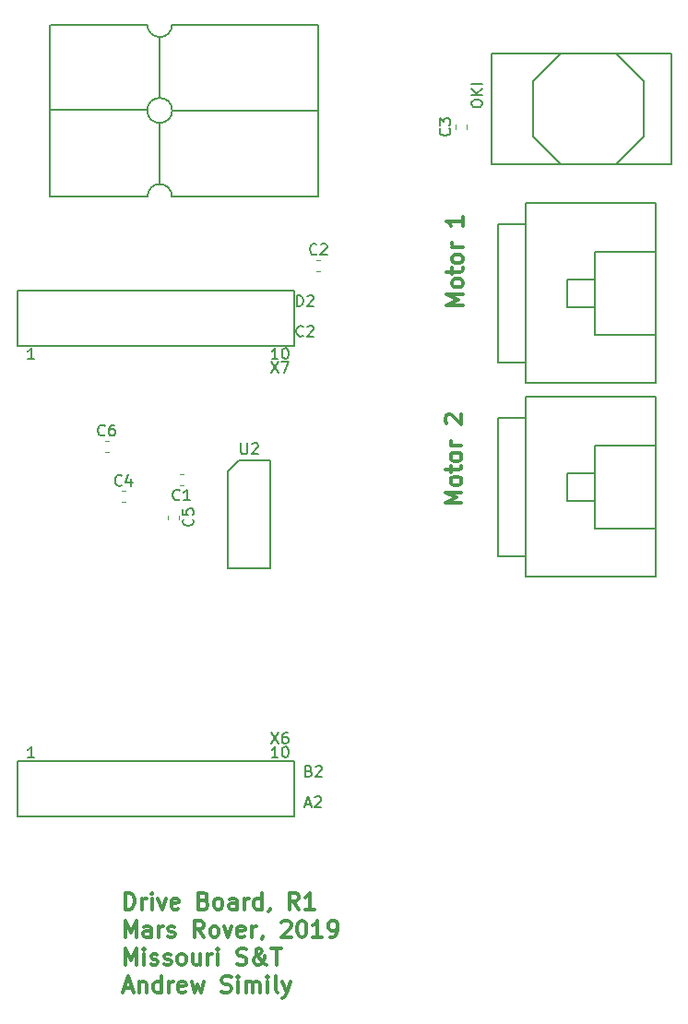
<source format=gbr>
G04 #@! TF.GenerationSoftware,KiCad,Pcbnew,(5.0.0)*
G04 #@! TF.CreationDate,2018-10-03T21:48:04-05:00*
G04 #@! TF.ProjectId,DriveBoard_Hardware,4472697665426F6172645F4861726477,rev?*
G04 #@! TF.SameCoordinates,Original*
G04 #@! TF.FileFunction,Legend,Top*
G04 #@! TF.FilePolarity,Positive*
%FSLAX46Y46*%
G04 Gerber Fmt 4.6, Leading zero omitted, Abs format (unit mm)*
G04 Created by KiCad (PCBNEW (5.0.0)) date 10/03/18 21:48:04*
%MOMM*%
%LPD*%
G01*
G04 APERTURE LIST*
%ADD10C,0.300000*%
%ADD11C,0.150000*%
%ADD12C,0.120000*%
G04 APERTURE END LIST*
D10*
X121964142Y-130203571D02*
X121964142Y-128703571D01*
X122321285Y-128703571D01*
X122535571Y-128775000D01*
X122678428Y-128917857D01*
X122749857Y-129060714D01*
X122821285Y-129346428D01*
X122821285Y-129560714D01*
X122749857Y-129846428D01*
X122678428Y-129989285D01*
X122535571Y-130132142D01*
X122321285Y-130203571D01*
X121964142Y-130203571D01*
X123464142Y-130203571D02*
X123464142Y-129203571D01*
X123464142Y-129489285D02*
X123535571Y-129346428D01*
X123607000Y-129275000D01*
X123749857Y-129203571D01*
X123892714Y-129203571D01*
X124392714Y-130203571D02*
X124392714Y-129203571D01*
X124392714Y-128703571D02*
X124321285Y-128775000D01*
X124392714Y-128846428D01*
X124464142Y-128775000D01*
X124392714Y-128703571D01*
X124392714Y-128846428D01*
X124964142Y-129203571D02*
X125321285Y-130203571D01*
X125678428Y-129203571D01*
X126821285Y-130132142D02*
X126678428Y-130203571D01*
X126392714Y-130203571D01*
X126249857Y-130132142D01*
X126178428Y-129989285D01*
X126178428Y-129417857D01*
X126249857Y-129275000D01*
X126392714Y-129203571D01*
X126678428Y-129203571D01*
X126821285Y-129275000D01*
X126892714Y-129417857D01*
X126892714Y-129560714D01*
X126178428Y-129703571D01*
X129178428Y-129417857D02*
X129392714Y-129489285D01*
X129464142Y-129560714D01*
X129535571Y-129703571D01*
X129535571Y-129917857D01*
X129464142Y-130060714D01*
X129392714Y-130132142D01*
X129249857Y-130203571D01*
X128678428Y-130203571D01*
X128678428Y-128703571D01*
X129178428Y-128703571D01*
X129321285Y-128775000D01*
X129392714Y-128846428D01*
X129464142Y-128989285D01*
X129464142Y-129132142D01*
X129392714Y-129275000D01*
X129321285Y-129346428D01*
X129178428Y-129417857D01*
X128678428Y-129417857D01*
X130392714Y-130203571D02*
X130249857Y-130132142D01*
X130178428Y-130060714D01*
X130107000Y-129917857D01*
X130107000Y-129489285D01*
X130178428Y-129346428D01*
X130249857Y-129275000D01*
X130392714Y-129203571D01*
X130607000Y-129203571D01*
X130749857Y-129275000D01*
X130821285Y-129346428D01*
X130892714Y-129489285D01*
X130892714Y-129917857D01*
X130821285Y-130060714D01*
X130749857Y-130132142D01*
X130607000Y-130203571D01*
X130392714Y-130203571D01*
X132178428Y-130203571D02*
X132178428Y-129417857D01*
X132107000Y-129275000D01*
X131964142Y-129203571D01*
X131678428Y-129203571D01*
X131535571Y-129275000D01*
X132178428Y-130132142D02*
X132035571Y-130203571D01*
X131678428Y-130203571D01*
X131535571Y-130132142D01*
X131464142Y-129989285D01*
X131464142Y-129846428D01*
X131535571Y-129703571D01*
X131678428Y-129632142D01*
X132035571Y-129632142D01*
X132178428Y-129560714D01*
X132892714Y-130203571D02*
X132892714Y-129203571D01*
X132892714Y-129489285D02*
X132964142Y-129346428D01*
X133035571Y-129275000D01*
X133178428Y-129203571D01*
X133321285Y-129203571D01*
X134464142Y-130203571D02*
X134464142Y-128703571D01*
X134464142Y-130132142D02*
X134321285Y-130203571D01*
X134035571Y-130203571D01*
X133892714Y-130132142D01*
X133821285Y-130060714D01*
X133749857Y-129917857D01*
X133749857Y-129489285D01*
X133821285Y-129346428D01*
X133892714Y-129275000D01*
X134035571Y-129203571D01*
X134321285Y-129203571D01*
X134464142Y-129275000D01*
X135249857Y-130132142D02*
X135249857Y-130203571D01*
X135178428Y-130346428D01*
X135107000Y-130417857D01*
X137892714Y-130203571D02*
X137392714Y-129489285D01*
X137035571Y-130203571D02*
X137035571Y-128703571D01*
X137607000Y-128703571D01*
X137749857Y-128775000D01*
X137821285Y-128846428D01*
X137892714Y-128989285D01*
X137892714Y-129203571D01*
X137821285Y-129346428D01*
X137749857Y-129417857D01*
X137607000Y-129489285D01*
X137035571Y-129489285D01*
X139321285Y-130203571D02*
X138464142Y-130203571D01*
X138892714Y-130203571D02*
X138892714Y-128703571D01*
X138749857Y-128917857D01*
X138607000Y-129060714D01*
X138464142Y-129132142D01*
X121964142Y-132753571D02*
X121964142Y-131253571D01*
X122464142Y-132325000D01*
X122964142Y-131253571D01*
X122964142Y-132753571D01*
X124321285Y-132753571D02*
X124321285Y-131967857D01*
X124249857Y-131825000D01*
X124107000Y-131753571D01*
X123821285Y-131753571D01*
X123678428Y-131825000D01*
X124321285Y-132682142D02*
X124178428Y-132753571D01*
X123821285Y-132753571D01*
X123678428Y-132682142D01*
X123607000Y-132539285D01*
X123607000Y-132396428D01*
X123678428Y-132253571D01*
X123821285Y-132182142D01*
X124178428Y-132182142D01*
X124321285Y-132110714D01*
X125035571Y-132753571D02*
X125035571Y-131753571D01*
X125035571Y-132039285D02*
X125107000Y-131896428D01*
X125178428Y-131825000D01*
X125321285Y-131753571D01*
X125464142Y-131753571D01*
X125892714Y-132682142D02*
X126035571Y-132753571D01*
X126321285Y-132753571D01*
X126464142Y-132682142D01*
X126535571Y-132539285D01*
X126535571Y-132467857D01*
X126464142Y-132325000D01*
X126321285Y-132253571D01*
X126107000Y-132253571D01*
X125964142Y-132182142D01*
X125892714Y-132039285D01*
X125892714Y-131967857D01*
X125964142Y-131825000D01*
X126107000Y-131753571D01*
X126321285Y-131753571D01*
X126464142Y-131825000D01*
X129178428Y-132753571D02*
X128678428Y-132039285D01*
X128321285Y-132753571D02*
X128321285Y-131253571D01*
X128892714Y-131253571D01*
X129035571Y-131325000D01*
X129107000Y-131396428D01*
X129178428Y-131539285D01*
X129178428Y-131753571D01*
X129107000Y-131896428D01*
X129035571Y-131967857D01*
X128892714Y-132039285D01*
X128321285Y-132039285D01*
X130035571Y-132753571D02*
X129892714Y-132682142D01*
X129821285Y-132610714D01*
X129749857Y-132467857D01*
X129749857Y-132039285D01*
X129821285Y-131896428D01*
X129892714Y-131825000D01*
X130035571Y-131753571D01*
X130249857Y-131753571D01*
X130392714Y-131825000D01*
X130464142Y-131896428D01*
X130535571Y-132039285D01*
X130535571Y-132467857D01*
X130464142Y-132610714D01*
X130392714Y-132682142D01*
X130249857Y-132753571D01*
X130035571Y-132753571D01*
X131035571Y-131753571D02*
X131392714Y-132753571D01*
X131749857Y-131753571D01*
X132892714Y-132682142D02*
X132749857Y-132753571D01*
X132464142Y-132753571D01*
X132321285Y-132682142D01*
X132249857Y-132539285D01*
X132249857Y-131967857D01*
X132321285Y-131825000D01*
X132464142Y-131753571D01*
X132749857Y-131753571D01*
X132892714Y-131825000D01*
X132964142Y-131967857D01*
X132964142Y-132110714D01*
X132249857Y-132253571D01*
X133607000Y-132753571D02*
X133607000Y-131753571D01*
X133607000Y-132039285D02*
X133678428Y-131896428D01*
X133749857Y-131825000D01*
X133892714Y-131753571D01*
X134035571Y-131753571D01*
X134607000Y-132682142D02*
X134607000Y-132753571D01*
X134535571Y-132896428D01*
X134464142Y-132967857D01*
X136321285Y-131396428D02*
X136392714Y-131325000D01*
X136535571Y-131253571D01*
X136892714Y-131253571D01*
X137035571Y-131325000D01*
X137107000Y-131396428D01*
X137178428Y-131539285D01*
X137178428Y-131682142D01*
X137107000Y-131896428D01*
X136249857Y-132753571D01*
X137178428Y-132753571D01*
X138107000Y-131253571D02*
X138249857Y-131253571D01*
X138392714Y-131325000D01*
X138464142Y-131396428D01*
X138535571Y-131539285D01*
X138607000Y-131825000D01*
X138607000Y-132182142D01*
X138535571Y-132467857D01*
X138464142Y-132610714D01*
X138392714Y-132682142D01*
X138249857Y-132753571D01*
X138107000Y-132753571D01*
X137964142Y-132682142D01*
X137892714Y-132610714D01*
X137821285Y-132467857D01*
X137749857Y-132182142D01*
X137749857Y-131825000D01*
X137821285Y-131539285D01*
X137892714Y-131396428D01*
X137964142Y-131325000D01*
X138107000Y-131253571D01*
X140035571Y-132753571D02*
X139178428Y-132753571D01*
X139607000Y-132753571D02*
X139607000Y-131253571D01*
X139464142Y-131467857D01*
X139321285Y-131610714D01*
X139178428Y-131682142D01*
X140749857Y-132753571D02*
X141035571Y-132753571D01*
X141178428Y-132682142D01*
X141249857Y-132610714D01*
X141392714Y-132396428D01*
X141464142Y-132110714D01*
X141464142Y-131539285D01*
X141392714Y-131396428D01*
X141321285Y-131325000D01*
X141178428Y-131253571D01*
X140892714Y-131253571D01*
X140749857Y-131325000D01*
X140678428Y-131396428D01*
X140607000Y-131539285D01*
X140607000Y-131896428D01*
X140678428Y-132039285D01*
X140749857Y-132110714D01*
X140892714Y-132182142D01*
X141178428Y-132182142D01*
X141321285Y-132110714D01*
X141392714Y-132039285D01*
X141464142Y-131896428D01*
X121964142Y-135303571D02*
X121964142Y-133803571D01*
X122464142Y-134875000D01*
X122964142Y-133803571D01*
X122964142Y-135303571D01*
X123678428Y-135303571D02*
X123678428Y-134303571D01*
X123678428Y-133803571D02*
X123607000Y-133875000D01*
X123678428Y-133946428D01*
X123749857Y-133875000D01*
X123678428Y-133803571D01*
X123678428Y-133946428D01*
X124321285Y-135232142D02*
X124464142Y-135303571D01*
X124749857Y-135303571D01*
X124892714Y-135232142D01*
X124964142Y-135089285D01*
X124964142Y-135017857D01*
X124892714Y-134875000D01*
X124749857Y-134803571D01*
X124535571Y-134803571D01*
X124392714Y-134732142D01*
X124321285Y-134589285D01*
X124321285Y-134517857D01*
X124392714Y-134375000D01*
X124535571Y-134303571D01*
X124749857Y-134303571D01*
X124892714Y-134375000D01*
X125535571Y-135232142D02*
X125678428Y-135303571D01*
X125964142Y-135303571D01*
X126107000Y-135232142D01*
X126178428Y-135089285D01*
X126178428Y-135017857D01*
X126107000Y-134875000D01*
X125964142Y-134803571D01*
X125749857Y-134803571D01*
X125607000Y-134732142D01*
X125535571Y-134589285D01*
X125535571Y-134517857D01*
X125607000Y-134375000D01*
X125749857Y-134303571D01*
X125964142Y-134303571D01*
X126107000Y-134375000D01*
X127035571Y-135303571D02*
X126892714Y-135232142D01*
X126821285Y-135160714D01*
X126749857Y-135017857D01*
X126749857Y-134589285D01*
X126821285Y-134446428D01*
X126892714Y-134375000D01*
X127035571Y-134303571D01*
X127249857Y-134303571D01*
X127392714Y-134375000D01*
X127464142Y-134446428D01*
X127535571Y-134589285D01*
X127535571Y-135017857D01*
X127464142Y-135160714D01*
X127392714Y-135232142D01*
X127249857Y-135303571D01*
X127035571Y-135303571D01*
X128821285Y-134303571D02*
X128821285Y-135303571D01*
X128178428Y-134303571D02*
X128178428Y-135089285D01*
X128249857Y-135232142D01*
X128392714Y-135303571D01*
X128607000Y-135303571D01*
X128749857Y-135232142D01*
X128821285Y-135160714D01*
X129535571Y-135303571D02*
X129535571Y-134303571D01*
X129535571Y-134589285D02*
X129607000Y-134446428D01*
X129678428Y-134375000D01*
X129821285Y-134303571D01*
X129964142Y-134303571D01*
X130464142Y-135303571D02*
X130464142Y-134303571D01*
X130464142Y-133803571D02*
X130392714Y-133875000D01*
X130464142Y-133946428D01*
X130535571Y-133875000D01*
X130464142Y-133803571D01*
X130464142Y-133946428D01*
X132249857Y-135232142D02*
X132464142Y-135303571D01*
X132821285Y-135303571D01*
X132964142Y-135232142D01*
X133035571Y-135160714D01*
X133107000Y-135017857D01*
X133107000Y-134875000D01*
X133035571Y-134732142D01*
X132964142Y-134660714D01*
X132821285Y-134589285D01*
X132535571Y-134517857D01*
X132392714Y-134446428D01*
X132321285Y-134375000D01*
X132249857Y-134232142D01*
X132249857Y-134089285D01*
X132321285Y-133946428D01*
X132392714Y-133875000D01*
X132535571Y-133803571D01*
X132892714Y-133803571D01*
X133107000Y-133875000D01*
X134964142Y-135303571D02*
X134892714Y-135303571D01*
X134749857Y-135232142D01*
X134535571Y-135017857D01*
X134178428Y-134589285D01*
X134035571Y-134375000D01*
X133964142Y-134160714D01*
X133964142Y-134017857D01*
X134035571Y-133875000D01*
X134178428Y-133803571D01*
X134249857Y-133803571D01*
X134392714Y-133875000D01*
X134464142Y-134017857D01*
X134464142Y-134089285D01*
X134392714Y-134232142D01*
X134321285Y-134303571D01*
X133892714Y-134589285D01*
X133821285Y-134660714D01*
X133749857Y-134803571D01*
X133749857Y-135017857D01*
X133821285Y-135160714D01*
X133892714Y-135232142D01*
X134035571Y-135303571D01*
X134249857Y-135303571D01*
X134392714Y-135232142D01*
X134464142Y-135160714D01*
X134678428Y-134875000D01*
X134749857Y-134660714D01*
X134749857Y-134517857D01*
X135392714Y-133803571D02*
X136249857Y-133803571D01*
X135821285Y-135303571D02*
X135821285Y-133803571D01*
X121892714Y-137425000D02*
X122607000Y-137425000D01*
X121749857Y-137853571D02*
X122249857Y-136353571D01*
X122749857Y-137853571D01*
X123249857Y-136853571D02*
X123249857Y-137853571D01*
X123249857Y-136996428D02*
X123321285Y-136925000D01*
X123464142Y-136853571D01*
X123678428Y-136853571D01*
X123821285Y-136925000D01*
X123892714Y-137067857D01*
X123892714Y-137853571D01*
X125249857Y-137853571D02*
X125249857Y-136353571D01*
X125249857Y-137782142D02*
X125107000Y-137853571D01*
X124821285Y-137853571D01*
X124678428Y-137782142D01*
X124607000Y-137710714D01*
X124535571Y-137567857D01*
X124535571Y-137139285D01*
X124607000Y-136996428D01*
X124678428Y-136925000D01*
X124821285Y-136853571D01*
X125107000Y-136853571D01*
X125249857Y-136925000D01*
X125964142Y-137853571D02*
X125964142Y-136853571D01*
X125964142Y-137139285D02*
X126035571Y-136996428D01*
X126107000Y-136925000D01*
X126249857Y-136853571D01*
X126392714Y-136853571D01*
X127464142Y-137782142D02*
X127321285Y-137853571D01*
X127035571Y-137853571D01*
X126892714Y-137782142D01*
X126821285Y-137639285D01*
X126821285Y-137067857D01*
X126892714Y-136925000D01*
X127035571Y-136853571D01*
X127321285Y-136853571D01*
X127464142Y-136925000D01*
X127535571Y-137067857D01*
X127535571Y-137210714D01*
X126821285Y-137353571D01*
X128035571Y-136853571D02*
X128321285Y-137853571D01*
X128607000Y-137139285D01*
X128892714Y-137853571D01*
X129178428Y-136853571D01*
X130821285Y-137782142D02*
X131035571Y-137853571D01*
X131392714Y-137853571D01*
X131535571Y-137782142D01*
X131607000Y-137710714D01*
X131678428Y-137567857D01*
X131678428Y-137425000D01*
X131607000Y-137282142D01*
X131535571Y-137210714D01*
X131392714Y-137139285D01*
X131107000Y-137067857D01*
X130964142Y-136996428D01*
X130892714Y-136925000D01*
X130821285Y-136782142D01*
X130821285Y-136639285D01*
X130892714Y-136496428D01*
X130964142Y-136425000D01*
X131107000Y-136353571D01*
X131464142Y-136353571D01*
X131678428Y-136425000D01*
X132321285Y-137853571D02*
X132321285Y-136853571D01*
X132321285Y-136353571D02*
X132249857Y-136425000D01*
X132321285Y-136496428D01*
X132392714Y-136425000D01*
X132321285Y-136353571D01*
X132321285Y-136496428D01*
X133035571Y-137853571D02*
X133035571Y-136853571D01*
X133035571Y-136996428D02*
X133107000Y-136925000D01*
X133249857Y-136853571D01*
X133464142Y-136853571D01*
X133607000Y-136925000D01*
X133678428Y-137067857D01*
X133678428Y-137853571D01*
X133678428Y-137067857D02*
X133749857Y-136925000D01*
X133892714Y-136853571D01*
X134107000Y-136853571D01*
X134249857Y-136925000D01*
X134321285Y-137067857D01*
X134321285Y-137853571D01*
X135035571Y-137853571D02*
X135035571Y-136853571D01*
X135035571Y-136353571D02*
X134964142Y-136425000D01*
X135035571Y-136496428D01*
X135107000Y-136425000D01*
X135035571Y-136353571D01*
X135035571Y-136496428D01*
X135964142Y-137853571D02*
X135821285Y-137782142D01*
X135749857Y-137639285D01*
X135749857Y-136353571D01*
X136392714Y-136853571D02*
X136749857Y-137853571D01*
X137107000Y-136853571D02*
X136749857Y-137853571D01*
X136607000Y-138210714D01*
X136535571Y-138282142D01*
X136392714Y-138353571D01*
X152824571Y-92935714D02*
X151324571Y-92935714D01*
X152396000Y-92435714D01*
X151324571Y-91935714D01*
X152824571Y-91935714D01*
X152824571Y-91007142D02*
X152753142Y-91150000D01*
X152681714Y-91221428D01*
X152538857Y-91292857D01*
X152110285Y-91292857D01*
X151967428Y-91221428D01*
X151896000Y-91150000D01*
X151824571Y-91007142D01*
X151824571Y-90792857D01*
X151896000Y-90650000D01*
X151967428Y-90578571D01*
X152110285Y-90507142D01*
X152538857Y-90507142D01*
X152681714Y-90578571D01*
X152753142Y-90650000D01*
X152824571Y-90792857D01*
X152824571Y-91007142D01*
X151824571Y-90078571D02*
X151824571Y-89507142D01*
X151324571Y-89864285D02*
X152610285Y-89864285D01*
X152753142Y-89792857D01*
X152824571Y-89650000D01*
X152824571Y-89507142D01*
X152824571Y-88792857D02*
X152753142Y-88935714D01*
X152681714Y-89007142D01*
X152538857Y-89078571D01*
X152110285Y-89078571D01*
X151967428Y-89007142D01*
X151896000Y-88935714D01*
X151824571Y-88792857D01*
X151824571Y-88578571D01*
X151896000Y-88435714D01*
X151967428Y-88364285D01*
X152110285Y-88292857D01*
X152538857Y-88292857D01*
X152681714Y-88364285D01*
X152753142Y-88435714D01*
X152824571Y-88578571D01*
X152824571Y-88792857D01*
X152824571Y-87650000D02*
X151824571Y-87650000D01*
X152110285Y-87650000D02*
X151967428Y-87578571D01*
X151896000Y-87507142D01*
X151824571Y-87364285D01*
X151824571Y-87221428D01*
X151467428Y-85650000D02*
X151396000Y-85578571D01*
X151324571Y-85435714D01*
X151324571Y-85078571D01*
X151396000Y-84935714D01*
X151467428Y-84864285D01*
X151610285Y-84792857D01*
X151753142Y-84792857D01*
X151967428Y-84864285D01*
X152824571Y-85721428D01*
X152824571Y-84792857D01*
X152951571Y-74774714D02*
X151451571Y-74774714D01*
X152523000Y-74274714D01*
X151451571Y-73774714D01*
X152951571Y-73774714D01*
X152951571Y-72846142D02*
X152880142Y-72989000D01*
X152808714Y-73060428D01*
X152665857Y-73131857D01*
X152237285Y-73131857D01*
X152094428Y-73060428D01*
X152023000Y-72989000D01*
X151951571Y-72846142D01*
X151951571Y-72631857D01*
X152023000Y-72489000D01*
X152094428Y-72417571D01*
X152237285Y-72346142D01*
X152665857Y-72346142D01*
X152808714Y-72417571D01*
X152880142Y-72489000D01*
X152951571Y-72631857D01*
X152951571Y-72846142D01*
X151951571Y-71917571D02*
X151951571Y-71346142D01*
X151451571Y-71703285D02*
X152737285Y-71703285D01*
X152880142Y-71631857D01*
X152951571Y-71489000D01*
X152951571Y-71346142D01*
X152951571Y-70631857D02*
X152880142Y-70774714D01*
X152808714Y-70846142D01*
X152665857Y-70917571D01*
X152237285Y-70917571D01*
X152094428Y-70846142D01*
X152023000Y-70774714D01*
X151951571Y-70631857D01*
X151951571Y-70417571D01*
X152023000Y-70274714D01*
X152094428Y-70203285D01*
X152237285Y-70131857D01*
X152665857Y-70131857D01*
X152808714Y-70203285D01*
X152880142Y-70274714D01*
X152951571Y-70417571D01*
X152951571Y-70631857D01*
X152951571Y-69489000D02*
X151951571Y-69489000D01*
X152237285Y-69489000D02*
X152094428Y-69417571D01*
X152023000Y-69346142D01*
X151951571Y-69203285D01*
X151951571Y-69060428D01*
X152951571Y-66631857D02*
X152951571Y-67489000D01*
X152951571Y-67060428D02*
X151451571Y-67060428D01*
X151665857Y-67203285D01*
X151808714Y-67346142D01*
X151880142Y-67489000D01*
D11*
G04 #@! TO.C,U2*
X132400000Y-89030000D02*
X135300000Y-89030000D01*
X135300000Y-89030000D02*
X135300000Y-98930000D01*
X135300000Y-98930000D02*
X131400000Y-98930000D01*
X131400000Y-98930000D02*
X131400000Y-90030000D01*
X131400000Y-90030000D02*
X132400000Y-89030000D01*
G04 #@! TO.C,U1*
X112039001Y-73405001D02*
X112039001Y-78485001D01*
X137439001Y-73405001D02*
X112039001Y-73405001D01*
X137439001Y-78485001D02*
X137439001Y-73405001D01*
X112039001Y-121665001D02*
X137439001Y-121665001D01*
X112039001Y-116585001D02*
X112039001Y-121665001D01*
X137439001Y-121665001D02*
X137439001Y-116585001D01*
X112039001Y-78485001D02*
X137439001Y-78485001D01*
X137439001Y-116585001D02*
X112039001Y-116585001D01*
D12*
G04 #@! TO.C,C1*
X127284267Y-91315000D02*
X126941733Y-91315000D01*
X127284267Y-90295000D02*
X126941733Y-90295000D01*
G04 #@! TO.C,C2*
X139528733Y-70610000D02*
X139871267Y-70610000D01*
X139528733Y-71630000D02*
X139871267Y-71630000D01*
G04 #@! TO.C,C3*
X152271000Y-58577267D02*
X152271000Y-58234733D01*
X153291000Y-58577267D02*
X153291000Y-58234733D01*
G04 #@! TO.C,C4*
X121621733Y-91819000D02*
X121964267Y-91819000D01*
X121621733Y-92839000D02*
X121964267Y-92839000D01*
G04 #@! TO.C,C5*
X125826942Y-94068378D02*
X125826942Y-94410912D01*
X126846942Y-94068378D02*
X126846942Y-94410912D01*
G04 #@! TO.C,C6*
X120072333Y-88241600D02*
X120414867Y-88241600D01*
X120072333Y-87221600D02*
X120414867Y-87221600D01*
D11*
G04 #@! TO.C,Conn1*
X126238000Y-64770000D02*
G75*
G03X125120400Y-63652400I-1117600J0D01*
G01*
X125120400Y-63652400D02*
G75*
G03X124002800Y-64770000I0J-1117600D01*
G01*
X115062000Y-49022000D02*
X115062000Y-64770000D01*
X139700000Y-49022000D02*
X139700000Y-64770000D01*
X123977400Y-49022000D02*
X122758200Y-49022000D01*
X125120400Y-50165000D02*
G75*
G03X126263400Y-49022000I0J1143000D01*
G01*
X123977400Y-49022000D02*
G75*
G03X125120400Y-50165000I1143000J0D01*
G01*
X127431800Y-64770000D02*
X126238000Y-64770000D01*
X125120400Y-62458600D02*
X125120400Y-63627000D01*
X122809000Y-64770000D02*
X123977400Y-64770000D01*
X127381000Y-49022000D02*
X126288800Y-49022000D01*
X125120400Y-50165000D02*
X125120400Y-51333400D01*
X125120400Y-59182000D02*
X125120400Y-58039000D01*
X115087400Y-56870600D02*
X123977400Y-56870600D01*
X125120400Y-54610000D02*
X125120400Y-55753000D01*
X127406400Y-56896000D02*
X126263400Y-56896000D01*
X125120400Y-59182000D02*
X125120400Y-62484000D01*
X127406400Y-56896000D02*
X139700000Y-56896000D01*
X125120400Y-54610000D02*
X125120400Y-51333400D01*
X126263400Y-56896000D02*
G75*
G03X126263400Y-56896000I-1143000J0D01*
G01*
X127406400Y-64770000D02*
X139700000Y-64770000D01*
X122834400Y-64770000D02*
X115087400Y-64770000D01*
X115087400Y-49022000D02*
X122834400Y-49022000D01*
X127406400Y-49022000D02*
X139700000Y-49022000D01*
G04 #@! TO.C,Conn2*
X170688000Y-69850000D02*
X170180000Y-69850000D01*
X170180000Y-77470000D02*
X170688000Y-77470000D01*
X170688000Y-65405000D02*
X170688000Y-81915000D01*
X158750000Y-65405000D02*
X170688000Y-65405000D01*
X158750000Y-81915000D02*
X170688000Y-81915000D01*
X158750000Y-80010000D02*
X158750000Y-81915000D01*
X158750000Y-67310000D02*
X158750000Y-65405000D01*
X166370000Y-69850000D02*
X165100000Y-69850000D01*
X165100000Y-69850000D02*
X165100000Y-77470000D01*
X165100000Y-77470000D02*
X166370000Y-77470000D01*
X166370000Y-77470000D02*
X170180000Y-77470000D01*
X166370000Y-69850000D02*
X170180000Y-69850000D01*
X165100000Y-72390000D02*
X162560000Y-72390000D01*
X162560000Y-72390000D02*
X162560000Y-74930000D01*
X162560000Y-74930000D02*
X165100000Y-74930000D01*
X158750000Y-67310000D02*
X158750000Y-80010000D01*
X158750000Y-80010000D02*
X156210000Y-80010000D01*
X156210000Y-80010000D02*
X156210000Y-67310000D01*
X156210000Y-67310000D02*
X158750000Y-67310000D01*
G04 #@! TO.C,Conn3*
X156210000Y-85090000D02*
X158750000Y-85090000D01*
X156210000Y-97790000D02*
X156210000Y-85090000D01*
X158750000Y-97790000D02*
X156210000Y-97790000D01*
X158750000Y-85090000D02*
X158750000Y-97790000D01*
X162560000Y-92710000D02*
X165100000Y-92710000D01*
X162560000Y-90170000D02*
X162560000Y-92710000D01*
X165100000Y-90170000D02*
X162560000Y-90170000D01*
X166370000Y-87630000D02*
X170180000Y-87630000D01*
X166370000Y-95250000D02*
X170180000Y-95250000D01*
X165100000Y-95250000D02*
X166370000Y-95250000D01*
X165100000Y-87630000D02*
X165100000Y-95250000D01*
X166370000Y-87630000D02*
X165100000Y-87630000D01*
X158750000Y-85090000D02*
X158750000Y-83185000D01*
X158750000Y-97790000D02*
X158750000Y-99695000D01*
X158750000Y-99695000D02*
X170688000Y-99695000D01*
X158750000Y-83185000D02*
X170688000Y-83185000D01*
X170688000Y-83185000D02*
X170688000Y-99695000D01*
X170180000Y-95250000D02*
X170688000Y-95250000D01*
X170688000Y-87630000D02*
X170180000Y-87630000D01*
G04 #@! TO.C,U3*
X159359600Y-54254400D02*
X161899600Y-51714400D01*
X161899600Y-51714400D02*
X166979600Y-51714400D01*
X166979600Y-51714400D02*
X169519600Y-54254400D01*
X169519600Y-54254400D02*
X169519600Y-59334400D01*
X169519600Y-59334400D02*
X166979600Y-61874400D01*
X166979600Y-61874400D02*
X161899600Y-61874400D01*
X161899600Y-61874400D02*
X159359600Y-59334400D01*
X159359600Y-59334400D02*
X159359600Y-54254400D01*
X172059600Y-61874400D02*
X172059600Y-51714400D01*
X155549600Y-61874400D02*
X155549600Y-51714400D01*
X155549600Y-51714400D02*
X172059600Y-51714400D01*
X172059600Y-61874400D02*
X155549600Y-61874400D01*
G04 #@! TO.C,U2*
X132588095Y-87432380D02*
X132588095Y-88241904D01*
X132635714Y-88337142D01*
X132683333Y-88384761D01*
X132778571Y-88432380D01*
X132969047Y-88432380D01*
X133064285Y-88384761D01*
X133111904Y-88337142D01*
X133159523Y-88241904D01*
X133159523Y-87432380D01*
X133588095Y-87527619D02*
X133635714Y-87480000D01*
X133730952Y-87432380D01*
X133969047Y-87432380D01*
X134064285Y-87480000D01*
X134111904Y-87527619D01*
X134159523Y-87622857D01*
X134159523Y-87718095D01*
X134111904Y-87860952D01*
X133540476Y-88432380D01*
X134159523Y-88432380D01*
G04 #@! TO.C,U1*
X138502715Y-120561667D02*
X138978905Y-120561667D01*
X138407477Y-120847381D02*
X138740810Y-119847381D01*
X139074143Y-120847381D01*
X139359858Y-119942620D02*
X139407477Y-119895001D01*
X139502715Y-119847381D01*
X139740810Y-119847381D01*
X139836048Y-119895001D01*
X139883667Y-119942620D01*
X139931286Y-120037858D01*
X139931286Y-120133096D01*
X139883667Y-120275953D01*
X139312239Y-120847381D01*
X139931286Y-120847381D01*
X138812239Y-117529572D02*
X138955096Y-117577191D01*
X139002715Y-117624810D01*
X139050334Y-117720048D01*
X139050334Y-117862905D01*
X139002715Y-117958143D01*
X138955096Y-118005762D01*
X138859858Y-118053381D01*
X138478905Y-118053381D01*
X138478905Y-117053381D01*
X138812239Y-117053381D01*
X138907477Y-117101001D01*
X138955096Y-117148620D01*
X139002715Y-117243858D01*
X139002715Y-117339096D01*
X138955096Y-117434334D01*
X138907477Y-117481953D01*
X138812239Y-117529572D01*
X138478905Y-117529572D01*
X139431286Y-117148620D02*
X139478905Y-117101001D01*
X139574143Y-117053381D01*
X139812239Y-117053381D01*
X139907477Y-117101001D01*
X139955096Y-117148620D01*
X140002715Y-117243858D01*
X140002715Y-117339096D01*
X139955096Y-117481953D01*
X139383667Y-118053381D01*
X140002715Y-118053381D01*
X137716905Y-74873381D02*
X137716905Y-73873381D01*
X137955001Y-73873381D01*
X138097858Y-73921001D01*
X138193096Y-74016239D01*
X138240715Y-74111477D01*
X138288334Y-74301953D01*
X138288334Y-74444810D01*
X138240715Y-74635286D01*
X138193096Y-74730524D01*
X138097858Y-74825762D01*
X137955001Y-74873381D01*
X137716905Y-74873381D01*
X138669286Y-73968620D02*
X138716905Y-73921001D01*
X138812143Y-73873381D01*
X139050239Y-73873381D01*
X139145477Y-73921001D01*
X139193096Y-73968620D01*
X139240715Y-74063858D01*
X139240715Y-74159096D01*
X139193096Y-74301953D01*
X138621667Y-74873381D01*
X139240715Y-74873381D01*
X138288334Y-77572143D02*
X138240715Y-77619762D01*
X138097858Y-77667381D01*
X138002620Y-77667381D01*
X137859762Y-77619762D01*
X137764524Y-77524524D01*
X137716905Y-77429286D01*
X137669286Y-77238810D01*
X137669286Y-77095953D01*
X137716905Y-76905477D01*
X137764524Y-76810239D01*
X137859762Y-76715001D01*
X138002620Y-76667381D01*
X138097858Y-76667381D01*
X138240715Y-76715001D01*
X138288334Y-76762620D01*
X138669286Y-76762620D02*
X138716905Y-76715001D01*
X138812143Y-76667381D01*
X139050239Y-76667381D01*
X139145477Y-76715001D01*
X139193096Y-76762620D01*
X139240715Y-76857858D01*
X139240715Y-76953096D01*
X139193096Y-77095953D01*
X138621667Y-77667381D01*
X139240715Y-77667381D01*
X135359477Y-114005381D02*
X136026143Y-115005381D01*
X136026143Y-114005381D02*
X135359477Y-115005381D01*
X136835667Y-114005381D02*
X136645191Y-114005381D01*
X136549953Y-114053001D01*
X136502334Y-114100620D01*
X136407096Y-114243477D01*
X136359477Y-114433953D01*
X136359477Y-114814905D01*
X136407096Y-114910143D01*
X136454715Y-114957762D01*
X136549953Y-115005381D01*
X136740429Y-115005381D01*
X136835667Y-114957762D01*
X136883286Y-114910143D01*
X136930905Y-114814905D01*
X136930905Y-114576810D01*
X136883286Y-114481572D01*
X136835667Y-114433953D01*
X136740429Y-114386334D01*
X136549953Y-114386334D01*
X136454715Y-114433953D01*
X136407096Y-114481572D01*
X136359477Y-114576810D01*
X135359477Y-79969381D02*
X136026143Y-80969381D01*
X136026143Y-79969381D02*
X135359477Y-80969381D01*
X136311858Y-79969381D02*
X136978524Y-79969381D01*
X136549953Y-80969381D01*
X113594715Y-116275381D02*
X113023286Y-116275381D01*
X113309001Y-116275381D02*
X113309001Y-115275381D01*
X113213762Y-115418239D01*
X113118524Y-115513477D01*
X113023286Y-115561096D01*
X135978524Y-116275381D02*
X135407096Y-116275381D01*
X135692810Y-116275381D02*
X135692810Y-115275381D01*
X135597572Y-115418239D01*
X135502334Y-115513477D01*
X135407096Y-115561096D01*
X136597572Y-115275381D02*
X136692810Y-115275381D01*
X136788048Y-115323001D01*
X136835667Y-115370620D01*
X136883286Y-115465858D01*
X136930905Y-115656334D01*
X136930905Y-115894429D01*
X136883286Y-116084905D01*
X136835667Y-116180143D01*
X136788048Y-116227762D01*
X136692810Y-116275381D01*
X136597572Y-116275381D01*
X136502334Y-116227762D01*
X136454715Y-116180143D01*
X136407096Y-116084905D01*
X136359477Y-115894429D01*
X136359477Y-115656334D01*
X136407096Y-115465858D01*
X136454715Y-115370620D01*
X136502334Y-115323001D01*
X136597572Y-115275381D01*
X135978524Y-79699381D02*
X135407096Y-79699381D01*
X135692810Y-79699381D02*
X135692810Y-78699381D01*
X135597572Y-78842239D01*
X135502334Y-78937477D01*
X135407096Y-78985096D01*
X136597572Y-78699381D02*
X136692810Y-78699381D01*
X136788048Y-78747001D01*
X136835667Y-78794620D01*
X136883286Y-78889858D01*
X136930905Y-79080334D01*
X136930905Y-79318429D01*
X136883286Y-79508905D01*
X136835667Y-79604143D01*
X136788048Y-79651762D01*
X136692810Y-79699381D01*
X136597572Y-79699381D01*
X136502334Y-79651762D01*
X136454715Y-79604143D01*
X136407096Y-79508905D01*
X136359477Y-79318429D01*
X136359477Y-79080334D01*
X136407096Y-78889858D01*
X136454715Y-78794620D01*
X136502334Y-78747001D01*
X136597572Y-78699381D01*
X113594715Y-79699381D02*
X113023286Y-79699381D01*
X113309001Y-79699381D02*
X113309001Y-78699381D01*
X113213762Y-78842239D01*
X113118524Y-78937477D01*
X113023286Y-78985096D01*
G04 #@! TO.C,C1*
X126946333Y-92592142D02*
X126898714Y-92639761D01*
X126755857Y-92687380D01*
X126660619Y-92687380D01*
X126517761Y-92639761D01*
X126422523Y-92544523D01*
X126374904Y-92449285D01*
X126327285Y-92258809D01*
X126327285Y-92115952D01*
X126374904Y-91925476D01*
X126422523Y-91830238D01*
X126517761Y-91735000D01*
X126660619Y-91687380D01*
X126755857Y-91687380D01*
X126898714Y-91735000D01*
X126946333Y-91782619D01*
X127898714Y-92687380D02*
X127327285Y-92687380D01*
X127613000Y-92687380D02*
X127613000Y-91687380D01*
X127517761Y-91830238D01*
X127422523Y-91925476D01*
X127327285Y-91973095D01*
G04 #@! TO.C,C2*
X139533333Y-70047142D02*
X139485714Y-70094761D01*
X139342857Y-70142380D01*
X139247619Y-70142380D01*
X139104761Y-70094761D01*
X139009523Y-69999523D01*
X138961904Y-69904285D01*
X138914285Y-69713809D01*
X138914285Y-69570952D01*
X138961904Y-69380476D01*
X139009523Y-69285238D01*
X139104761Y-69190000D01*
X139247619Y-69142380D01*
X139342857Y-69142380D01*
X139485714Y-69190000D01*
X139533333Y-69237619D01*
X139914285Y-69237619D02*
X139961904Y-69190000D01*
X140057142Y-69142380D01*
X140295238Y-69142380D01*
X140390476Y-69190000D01*
X140438095Y-69237619D01*
X140485714Y-69332857D01*
X140485714Y-69428095D01*
X140438095Y-69570952D01*
X139866666Y-70142380D01*
X140485714Y-70142380D01*
G04 #@! TO.C,C3*
X151708142Y-58572666D02*
X151755761Y-58620285D01*
X151803380Y-58763142D01*
X151803380Y-58858380D01*
X151755761Y-59001238D01*
X151660523Y-59096476D01*
X151565285Y-59144095D01*
X151374809Y-59191714D01*
X151231952Y-59191714D01*
X151041476Y-59144095D01*
X150946238Y-59096476D01*
X150851000Y-59001238D01*
X150803380Y-58858380D01*
X150803380Y-58763142D01*
X150851000Y-58620285D01*
X150898619Y-58572666D01*
X150803380Y-58239333D02*
X150803380Y-57620285D01*
X151184333Y-57953619D01*
X151184333Y-57810761D01*
X151231952Y-57715523D01*
X151279571Y-57667904D01*
X151374809Y-57620285D01*
X151612904Y-57620285D01*
X151708142Y-57667904D01*
X151755761Y-57715523D01*
X151803380Y-57810761D01*
X151803380Y-58096476D01*
X151755761Y-58191714D01*
X151708142Y-58239333D01*
G04 #@! TO.C,C4*
X121626333Y-91256142D02*
X121578714Y-91303761D01*
X121435857Y-91351380D01*
X121340619Y-91351380D01*
X121197761Y-91303761D01*
X121102523Y-91208523D01*
X121054904Y-91113285D01*
X121007285Y-90922809D01*
X121007285Y-90779952D01*
X121054904Y-90589476D01*
X121102523Y-90494238D01*
X121197761Y-90399000D01*
X121340619Y-90351380D01*
X121435857Y-90351380D01*
X121578714Y-90399000D01*
X121626333Y-90446619D01*
X122483476Y-90684714D02*
X122483476Y-91351380D01*
X122245380Y-90303761D02*
X122007285Y-91018047D01*
X122626333Y-91018047D01*
G04 #@! TO.C,C5*
X128124084Y-94406311D02*
X128171703Y-94453930D01*
X128219322Y-94596787D01*
X128219322Y-94692025D01*
X128171703Y-94834883D01*
X128076465Y-94930121D01*
X127981227Y-94977740D01*
X127790751Y-95025359D01*
X127647894Y-95025359D01*
X127457418Y-94977740D01*
X127362180Y-94930121D01*
X127266942Y-94834883D01*
X127219322Y-94692025D01*
X127219322Y-94596787D01*
X127266942Y-94453930D01*
X127314561Y-94406311D01*
X127219322Y-93501549D02*
X127219322Y-93977740D01*
X127695513Y-94025359D01*
X127647894Y-93977740D01*
X127600275Y-93882502D01*
X127600275Y-93644406D01*
X127647894Y-93549168D01*
X127695513Y-93501549D01*
X127790751Y-93453930D01*
X128028846Y-93453930D01*
X128124084Y-93501549D01*
X128171703Y-93549168D01*
X128219322Y-93644406D01*
X128219322Y-93882502D01*
X128171703Y-93977740D01*
X128124084Y-94025359D01*
G04 #@! TO.C,C6*
X120076933Y-86658742D02*
X120029314Y-86706361D01*
X119886457Y-86753980D01*
X119791219Y-86753980D01*
X119648361Y-86706361D01*
X119553123Y-86611123D01*
X119505504Y-86515885D01*
X119457885Y-86325409D01*
X119457885Y-86182552D01*
X119505504Y-85992076D01*
X119553123Y-85896838D01*
X119648361Y-85801600D01*
X119791219Y-85753980D01*
X119886457Y-85753980D01*
X120029314Y-85801600D01*
X120076933Y-85849219D01*
X120934076Y-85753980D02*
X120743600Y-85753980D01*
X120648361Y-85801600D01*
X120600742Y-85849219D01*
X120505504Y-85992076D01*
X120457885Y-86182552D01*
X120457885Y-86563504D01*
X120505504Y-86658742D01*
X120553123Y-86706361D01*
X120648361Y-86753980D01*
X120838838Y-86753980D01*
X120934076Y-86706361D01*
X120981695Y-86658742D01*
X121029314Y-86563504D01*
X121029314Y-86325409D01*
X120981695Y-86230171D01*
X120934076Y-86182552D01*
X120838838Y-86134933D01*
X120648361Y-86134933D01*
X120553123Y-86182552D01*
X120505504Y-86230171D01*
X120457885Y-86325409D01*
G04 #@! TO.C,U3*
X153731980Y-56357733D02*
X153731980Y-56167257D01*
X153779600Y-56072019D01*
X153874838Y-55976780D01*
X154065314Y-55929161D01*
X154398647Y-55929161D01*
X154589123Y-55976780D01*
X154684361Y-56072019D01*
X154731980Y-56167257D01*
X154731980Y-56357733D01*
X154684361Y-56452971D01*
X154589123Y-56548209D01*
X154398647Y-56595828D01*
X154065314Y-56595828D01*
X153874838Y-56548209D01*
X153779600Y-56452971D01*
X153731980Y-56357733D01*
X154731980Y-55500590D02*
X153731980Y-55500590D01*
X154731980Y-54929161D02*
X154160552Y-55357733D01*
X153731980Y-54929161D02*
X154303409Y-55500590D01*
X154731980Y-54500590D02*
X153731980Y-54500590D01*
G04 #@! TD*
M02*

</source>
